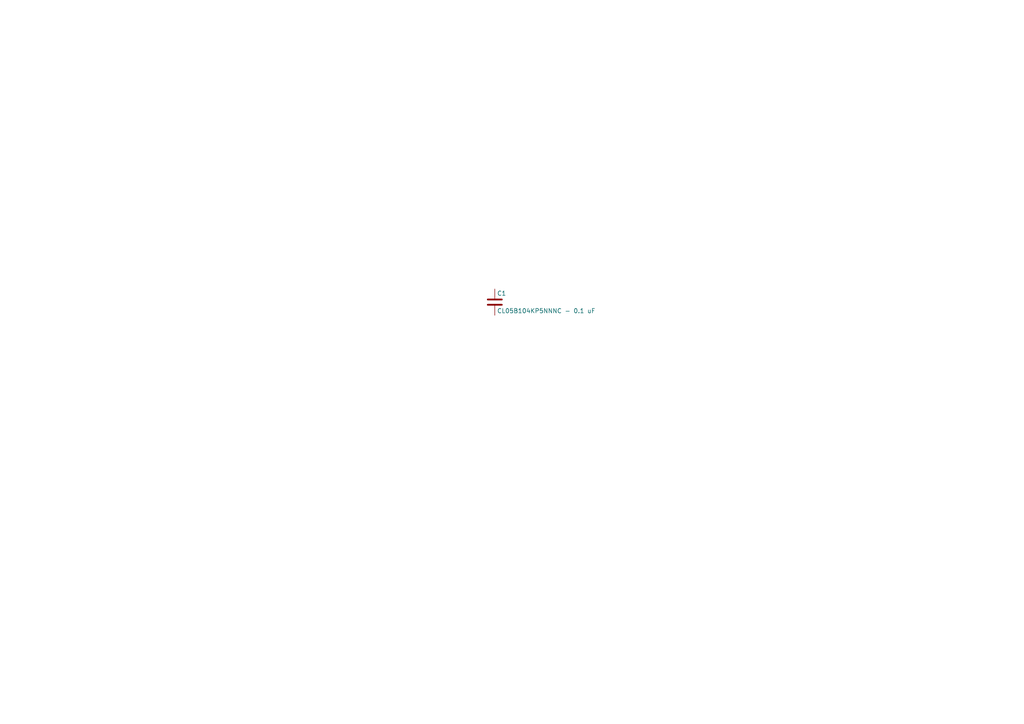
<source format=kicad_sch>
(kicad_sch (version 20231120) (generator "eeschema") (generator_version "8.0")
  (paper "A4")
  (lib_symbols
    (symbol "Device:C" (pin_numbers hide) (pin_names (offset 0.254))
      (property "Reference" "C" (at 0.635 2.54 0))
      (property "Value" "C" (at 0.635 -2.54 0))
      (symbol "C_0_1"
        (polyline (pts (xy -2.032 -0.762) (xy 2.032 -0.762)) (stroke (width 0.508)))
        (polyline (pts (xy -2.032 0.762) (xy 2.032 0.762)) (stroke (width 0.508)))
      )
      (symbol "C_1_1"
        (pin passive line (at 0 3.81 270) (length 2.794) (name "~") (number "1"))
        (pin passive line (at 0 -3.81 90) (length 2.794) (name "~") (number "2"))
      )
    )
  )
  (symbol (lib_id "Device:C") (at 143.51 87.63 0) (unit 1)
    (property "Reference" "C1" (at 144.145 85.09 0) (effects (justify left)))
    (property "Value" "CL05B104KP5NNNC - 0.1 uF" (at 144.145 90.17 0) (effects (justify left)))
    (property "Description" "Unpolarized capacitor" (effects (hide yes)))
  )
)
</source>
